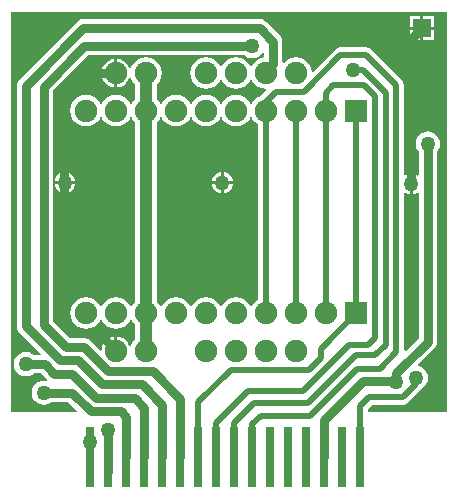
<source format=gtl>
%FSLAX25Y25*%
%MOIN*%
G70*
G01*
G75*
G04 Layer_Physical_Order=1*
G04 Layer_Color=255*
%ADD10R,0.03000X0.20000*%
%ADD11C,0.02000*%
%ADD12C,0.03000*%
%ADD13C,0.04000*%
%ADD14C,0.07500*%
%ADD15R,0.07500X0.07500*%
%ADD16R,0.05906X0.05906*%
%ADD17C,0.05000*%
G36*
X87474Y146245D02*
Y144726D01*
X86629Y144615D01*
X85352Y144086D01*
X84256Y143244D01*
X83414Y142148D01*
X83250Y141751D01*
X82750D01*
X82586Y142148D01*
X81744Y143244D01*
X80648Y144086D01*
X79370Y144615D01*
X78000Y144795D01*
X76630Y144615D01*
X75352Y144086D01*
X74256Y143244D01*
X73414Y142148D01*
X73250Y141751D01*
X72750D01*
X72586Y142148D01*
X71744Y143244D01*
X70648Y144086D01*
X69371Y144615D01*
X68000Y144795D01*
X66629Y144615D01*
X65352Y144086D01*
X64256Y143244D01*
X63414Y142148D01*
X62885Y140870D01*
X62705Y139500D01*
X62885Y138129D01*
X63414Y136852D01*
X64256Y135756D01*
X65352Y134914D01*
X66629Y134385D01*
X68000Y134205D01*
X69371Y134385D01*
X70648Y134914D01*
X71744Y135756D01*
X72586Y136852D01*
X72750Y137249D01*
X73250D01*
X73414Y136852D01*
X74256Y135756D01*
X75352Y134914D01*
X76630Y134385D01*
X78000Y134205D01*
X79370Y134385D01*
X80648Y134914D01*
X81744Y135756D01*
X82586Y136852D01*
X82750Y137249D01*
X83250D01*
X83414Y136852D01*
X84256Y135756D01*
X85352Y134914D01*
X86629Y134385D01*
X87905Y134217D01*
X88166Y133771D01*
X86426Y132030D01*
X85352Y131586D01*
X84256Y130744D01*
X83414Y129648D01*
X83250Y129251D01*
X82750D01*
X82586Y129648D01*
X81744Y130744D01*
X80648Y131586D01*
X79370Y132115D01*
X78000Y132295D01*
X76630Y132115D01*
X75352Y131586D01*
X74256Y130744D01*
X73414Y129648D01*
X73250Y129251D01*
X72750D01*
X72586Y129648D01*
X71744Y130744D01*
X70648Y131586D01*
X69371Y132115D01*
X68000Y132295D01*
X66629Y132115D01*
X65352Y131586D01*
X64256Y130744D01*
X63414Y129648D01*
X63250Y129251D01*
X62750D01*
X62586Y129648D01*
X61744Y130744D01*
X60648Y131586D01*
X59370Y132115D01*
X58000Y132295D01*
X56630Y132115D01*
X55352Y131586D01*
X54256Y130744D01*
X53414Y129648D01*
X53250Y129251D01*
X52750D01*
X52586Y129648D01*
X51744Y130744D01*
X51530Y130909D01*
Y135591D01*
X51744Y135756D01*
X52586Y136852D01*
X53115Y138129D01*
X53295Y139500D01*
X53115Y140870D01*
X52586Y142148D01*
X51744Y143244D01*
X50648Y144086D01*
X49371Y144615D01*
X48000Y144795D01*
X46630Y144615D01*
X45352Y144086D01*
X44256Y143244D01*
X43414Y142148D01*
X43000Y141148D01*
X42459D01*
X42149Y141895D01*
X41388Y142888D01*
X40396Y143649D01*
X39240Y144128D01*
X38500Y144225D01*
Y139500D01*
Y134775D01*
X39240Y134872D01*
X40396Y135351D01*
X41388Y136112D01*
X42149Y137104D01*
X42459Y137852D01*
X43000D01*
X43414Y136852D01*
X44256Y135756D01*
X44470Y135591D01*
Y130909D01*
X44256Y130744D01*
X43414Y129648D01*
X43250Y129251D01*
X42750D01*
X42586Y129648D01*
X41744Y130744D01*
X40648Y131586D01*
X39371Y132115D01*
X38000Y132295D01*
X36630Y132115D01*
X35352Y131586D01*
X34256Y130744D01*
X33414Y129648D01*
X33250Y129251D01*
X32750D01*
X32586Y129648D01*
X31744Y130744D01*
X30648Y131586D01*
X29370Y132115D01*
X28000Y132295D01*
X26629Y132115D01*
X25352Y131586D01*
X24256Y130744D01*
X23414Y129648D01*
X22885Y128370D01*
X22705Y127000D01*
X22885Y125629D01*
X23414Y124352D01*
X24256Y123256D01*
X25352Y122414D01*
X26629Y121885D01*
X28000Y121705D01*
X29370Y121885D01*
X30648Y122414D01*
X31744Y123256D01*
X32586Y124352D01*
X32750Y124749D01*
X33250D01*
X33414Y124352D01*
X34256Y123256D01*
X35352Y122414D01*
X36630Y121885D01*
X38000Y121705D01*
X39371Y121885D01*
X40648Y122414D01*
X41744Y123256D01*
X42586Y124352D01*
X42750Y124749D01*
X43250D01*
X43414Y124352D01*
X44256Y123256D01*
X44470Y123091D01*
Y63409D01*
X44256Y63244D01*
X43414Y62148D01*
X43250Y61751D01*
X42750D01*
X42586Y62148D01*
X41744Y63244D01*
X40648Y64086D01*
X39371Y64615D01*
X38000Y64795D01*
X36630Y64615D01*
X35352Y64086D01*
X34256Y63244D01*
X33414Y62148D01*
X33250Y61751D01*
X32750D01*
X32586Y62148D01*
X31744Y63244D01*
X30648Y64086D01*
X29370Y64615D01*
X28000Y64795D01*
X26629Y64615D01*
X25352Y64086D01*
X24256Y63244D01*
X23414Y62148D01*
X22885Y60870D01*
X22705Y59500D01*
X22885Y58130D01*
X23414Y56852D01*
X24256Y55756D01*
X25352Y54914D01*
X26629Y54385D01*
X28000Y54205D01*
X29370Y54385D01*
X30648Y54914D01*
X31744Y55756D01*
X32586Y56852D01*
X32750Y57249D01*
X33250D01*
X33414Y56852D01*
X34256Y55756D01*
X35352Y54914D01*
X36630Y54385D01*
X38000Y54205D01*
X39371Y54385D01*
X40648Y54914D01*
X41744Y55756D01*
X42586Y56852D01*
X42750Y57249D01*
X43250D01*
X43414Y56852D01*
X44256Y55756D01*
X44470Y55591D01*
Y50909D01*
X44256Y50744D01*
X43414Y49648D01*
X43000Y48648D01*
X42459D01*
X42149Y49395D01*
X41388Y50388D01*
X40396Y51149D01*
X39240Y51628D01*
X38500Y51725D01*
Y47000D01*
X37500D01*
Y51725D01*
X36760Y51628D01*
X35605Y51149D01*
X34612Y50388D01*
X33851Y49395D01*
X33372Y48240D01*
X33236Y47205D01*
X32730Y47003D01*
X29344Y50390D01*
X28717Y50871D01*
X28503Y50959D01*
X27987Y51173D01*
X27204Y51276D01*
X22503D01*
X17026Y56753D01*
Y102541D01*
X17031Y102541D01*
Y103458D01*
X17026Y103459D01*
Y133747D01*
X28753Y145474D01*
X80873D01*
X81483Y145006D01*
X82456Y144603D01*
X83500Y144465D01*
X84544Y144603D01*
X85517Y145006D01*
X86353Y145647D01*
X86974Y146457D01*
X87026Y146460D01*
X87474Y146245D01*
D02*
G37*
G36*
X83414Y124352D02*
X84256Y123256D01*
X85352Y122414D01*
X85451Y122373D01*
Y64127D01*
X85352Y64086D01*
X84256Y63244D01*
X83414Y62148D01*
X83250Y61751D01*
X82750D01*
X82586Y62148D01*
X81744Y63244D01*
X80648Y64086D01*
X79370Y64615D01*
X78000Y64795D01*
X76630Y64615D01*
X75352Y64086D01*
X74256Y63244D01*
X73414Y62148D01*
X73250Y61751D01*
X72750D01*
X72586Y62148D01*
X71744Y63244D01*
X70648Y64086D01*
X69371Y64615D01*
X68000Y64795D01*
X66629Y64615D01*
X65352Y64086D01*
X64256Y63244D01*
X63414Y62148D01*
X63250Y61751D01*
X62750D01*
X62586Y62148D01*
X61744Y63244D01*
X60648Y64086D01*
X59370Y64615D01*
X58000Y64795D01*
X56630Y64615D01*
X55352Y64086D01*
X54256Y63244D01*
X53414Y62148D01*
X53250Y61751D01*
X52750D01*
X52586Y62148D01*
X51744Y63244D01*
X51530Y63409D01*
Y123091D01*
X51744Y123256D01*
X52586Y124352D01*
X52750Y124749D01*
X53250D01*
X53414Y124352D01*
X54256Y123256D01*
X55352Y122414D01*
X56630Y121885D01*
X58000Y121705D01*
X59370Y121885D01*
X60648Y122414D01*
X61744Y123256D01*
X62586Y124352D01*
X62750Y124749D01*
X63250D01*
X63414Y124352D01*
X64256Y123256D01*
X65352Y122414D01*
X66629Y121885D01*
X68000Y121705D01*
X69371Y121885D01*
X70648Y122414D01*
X71744Y123256D01*
X72586Y124352D01*
X72750Y124749D01*
X73250D01*
X73414Y124352D01*
X74256Y123256D01*
X75352Y122414D01*
X76630Y121885D01*
X78000Y121705D01*
X79370Y121885D01*
X80648Y122414D01*
X81744Y123256D01*
X82586Y124352D01*
X82750Y124749D01*
X83250D01*
X83414Y124352D01*
D02*
G37*
G36*
X148500Y26500D02*
X122049D01*
Y27444D01*
X123556Y28951D01*
X133571D01*
X134546Y29145D01*
X135373Y29698D01*
X139802Y34126D01*
X140097Y34567D01*
X140853Y35147D01*
X141494Y35983D01*
X141897Y36956D01*
X142034Y38000D01*
X141897Y39044D01*
X141494Y40017D01*
X140853Y40853D01*
X140017Y41494D01*
X139044Y41897D01*
X138838Y41924D01*
X138677Y42398D01*
X144140Y47860D01*
X144621Y48487D01*
X144709Y48701D01*
X144923Y49217D01*
X145026Y50000D01*
Y113373D01*
X145494Y113983D01*
X145897Y114956D01*
X146035Y116000D01*
X145897Y117044D01*
X145494Y118017D01*
X144853Y118853D01*
X144017Y119494D01*
X143044Y119897D01*
X142000Y120035D01*
X140956Y119897D01*
X139983Y119494D01*
X139147Y118853D01*
X138506Y118017D01*
X138103Y117044D01*
X137966Y116000D01*
X138103Y114956D01*
X138506Y113983D01*
X138974Y113373D01*
Y105578D01*
X138526Y105357D01*
X138265Y105557D01*
X137414Y105910D01*
X137000Y105964D01*
Y102500D01*
Y99036D01*
X137414Y99090D01*
X138265Y99443D01*
X138526Y99643D01*
X138974Y99422D01*
Y51253D01*
X134549Y46828D01*
X134049Y47035D01*
Y99404D01*
X134497Y99625D01*
X134735Y99443D01*
X135586Y99090D01*
X136000Y99036D01*
Y102500D01*
Y105964D01*
X135586Y105910D01*
X134735Y105557D01*
X134497Y105375D01*
X134049Y105596D01*
Y135500D01*
X133855Y136476D01*
X133302Y137302D01*
X123302Y147302D01*
X122476Y147855D01*
X121500Y148049D01*
X112839D01*
X111863Y147855D01*
X111036Y147302D01*
X103688Y139954D01*
X103214Y140115D01*
X103115Y140870D01*
X102586Y142148D01*
X101744Y143244D01*
X100648Y144086D01*
X99370Y144615D01*
X98000Y144795D01*
X96630Y144615D01*
X95352Y144086D01*
X94256Y143244D01*
X94026Y142945D01*
X93526Y143115D01*
Y150000D01*
X93423Y150783D01*
X93209Y151299D01*
X93120Y151513D01*
X92640Y152140D01*
X88140Y156640D01*
X87513Y157121D01*
X87299Y157209D01*
X86783Y157423D01*
X86000Y157526D01*
X27136D01*
X27136Y157526D01*
X26444Y157435D01*
X26353Y157423D01*
X25623Y157121D01*
X24996Y156640D01*
X5860Y137504D01*
X5379Y136877D01*
X5291Y136663D01*
X5077Y136147D01*
X4974Y135364D01*
Y55136D01*
X5077Y54353D01*
X5291Y53837D01*
X5379Y53623D01*
X5860Y52996D01*
X12869Y45988D01*
X12678Y45526D01*
X10627D01*
X10017Y45994D01*
X9044Y46397D01*
X8000Y46534D01*
X6956Y46397D01*
X5983Y45994D01*
X5147Y45353D01*
X4506Y44517D01*
X4103Y43544D01*
X3965Y42500D01*
X4103Y41456D01*
X4506Y40483D01*
X5147Y39647D01*
X5983Y39006D01*
X6956Y38603D01*
X8000Y38465D01*
X9044Y38603D01*
X10017Y39006D01*
X10627Y39474D01*
X13019D01*
X15099Y37394D01*
X14865Y36921D01*
X14000Y37034D01*
X12956Y36897D01*
X11983Y36494D01*
X11147Y35853D01*
X10506Y35017D01*
X10103Y34044D01*
X9966Y33000D01*
X10103Y31956D01*
X10506Y30983D01*
X11147Y30147D01*
X11983Y29506D01*
X12956Y29103D01*
X14000Y28965D01*
X15044Y29103D01*
X16017Y29506D01*
X16627Y29974D01*
X22109D01*
X25121Y26962D01*
X24930Y26500D01*
X3000D01*
Y27500D01*
Y160000D01*
X148500D01*
Y26500D01*
D02*
G37*
%LPC*%
G36*
X20500Y106464D02*
X20086Y106410D01*
X19235Y106057D01*
X18504Y105496D01*
X17943Y104765D01*
X17590Y103914D01*
X17536Y103500D01*
X20500D01*
Y106464D01*
D02*
G37*
G36*
X21500D02*
Y103500D01*
X24464D01*
X24410Y103914D01*
X24057Y104765D01*
X23496Y105496D01*
X22765Y106057D01*
X21914Y106410D01*
X21500Y106464D01*
D02*
G37*
G36*
X76964Y102500D02*
X74000D01*
Y99536D01*
X74414Y99590D01*
X75265Y99943D01*
X75996Y100504D01*
X76557Y101235D01*
X76910Y102086D01*
X76964Y102500D01*
D02*
G37*
G36*
X24464D02*
X21500D01*
Y99536D01*
X21914Y99590D01*
X22765Y99943D01*
X23496Y100504D01*
X24057Y101235D01*
X24410Y102086D01*
X24464Y102500D01*
D02*
G37*
G36*
X73000D02*
X70036D01*
X70090Y102086D01*
X70443Y101235D01*
X71004Y100504D01*
X71735Y99943D01*
X72586Y99590D01*
X73000Y99536D01*
Y102500D01*
D02*
G37*
G36*
X20500D02*
X17536D01*
X17590Y102086D01*
X17943Y101235D01*
X18504Y100504D01*
X19235Y99943D01*
X20086Y99590D01*
X20500Y99536D01*
Y102500D01*
D02*
G37*
G36*
X73000Y106464D02*
X72586Y106410D01*
X71735Y106057D01*
X71004Y105496D01*
X70443Y104765D01*
X70090Y103914D01*
X70036Y103500D01*
X73000D01*
Y106464D01*
D02*
G37*
G36*
X143953Y154000D02*
X140500D01*
Y150547D01*
X143953D01*
Y154000D01*
D02*
G37*
G36*
X139500Y158453D02*
X136047D01*
Y155000D01*
X139500D01*
Y158453D01*
D02*
G37*
G36*
X143953D02*
X140500D01*
Y155000D01*
X143953D01*
Y158453D01*
D02*
G37*
G36*
X139500Y154000D02*
X136047D01*
Y150547D01*
X139500D01*
Y154000D01*
D02*
G37*
G36*
X74000Y106464D02*
Y103500D01*
X76964D01*
X76910Y103914D01*
X76557Y104765D01*
X75996Y105496D01*
X75265Y106057D01*
X74414Y106410D01*
X74000Y106464D01*
D02*
G37*
G36*
X37500Y139000D02*
X33275D01*
X33372Y138260D01*
X33851Y137104D01*
X34612Y136112D01*
X35605Y135351D01*
X36760Y134872D01*
X37500Y134775D01*
Y139000D01*
D02*
G37*
G36*
Y144225D02*
X36760Y144128D01*
X35605Y143649D01*
X34612Y142888D01*
X33851Y141895D01*
X33372Y140740D01*
X33275Y140000D01*
X37500D01*
Y144225D01*
D02*
G37*
%LPD*%
D10*
X29500Y11500D02*
D03*
X35500D02*
D03*
X41500D02*
D03*
X47500D02*
D03*
X53500D02*
D03*
X59500D02*
D03*
X65500D02*
D03*
X71500D02*
D03*
X77500D02*
D03*
X83500D02*
D03*
X89500D02*
D03*
X95500D02*
D03*
X101500D02*
D03*
X107500D02*
D03*
X113500D02*
D03*
X119500D02*
D03*
D11*
X108000Y127000D02*
Y133000D01*
X110500Y135500D01*
X120536D02*
X124250Y131786D01*
X110500Y135500D02*
X120536D01*
X120500Y140500D02*
X128000Y133000D01*
X117000Y140500D02*
X120500D01*
X121500Y145500D02*
X131500Y135500D01*
X112839Y145500D02*
X121500D01*
X100589Y133250D02*
X112839Y145500D01*
X131500Y46500D02*
Y135500D01*
X124250Y51250D02*
Y131786D01*
X122000Y49000D02*
X124250Y51250D01*
X115750Y49000D02*
X122000D01*
X100250Y33500D02*
X115750Y49000D01*
X118000Y45500D02*
X124500D01*
X102000Y29500D02*
X118000Y45500D01*
X84000Y29500D02*
X102000D01*
X118500Y41000D02*
X126000D01*
X102700Y25200D02*
X118500Y41000D01*
X86200Y25200D02*
X102700D01*
X128000Y49000D02*
Y133000D01*
X124500Y45500D02*
X128000Y49000D01*
X88000Y127000D02*
Y130000D01*
Y59500D02*
Y127000D01*
Y130000D02*
X91250Y133250D01*
X100589D01*
X126000Y41000D02*
X131500Y46500D01*
X133571Y31500D02*
X138000Y35929D01*
X122500Y31500D02*
X133571D01*
X138000Y35929D02*
Y37500D01*
X137500Y38000D02*
X138000Y37500D01*
X119500Y28500D02*
X122500Y31500D01*
X137500Y38000D02*
X138000D01*
X98000Y59500D02*
Y127000D01*
X108000Y59500D02*
Y127000D01*
X65500Y11500D02*
Y30000D01*
X76200Y40700D01*
X83500Y22500D02*
X86200Y25200D01*
X83500Y11500D02*
Y22500D01*
X118000Y59500D02*
Y127000D01*
X119500Y11500D02*
Y28500D01*
X106200Y44400D02*
Y47700D01*
X118000Y59500D01*
X102500Y40700D02*
X106200Y44400D01*
X76200Y40700D02*
X102500D01*
X77500Y11500D02*
Y23000D01*
X84000Y29500D01*
X71500Y11500D02*
Y23000D01*
X82000Y33500D01*
X100250D01*
D12*
X120500Y37000D02*
X131500D01*
X107500Y24000D02*
X120500Y37000D01*
X107500Y11500D02*
Y24000D01*
X136500Y102500D02*
Y151000D01*
X142000Y50000D02*
Y116000D01*
X131500Y39500D02*
X142000Y50000D01*
X136500Y151000D02*
X140000Y154500D01*
X131500Y37000D02*
Y39500D01*
X8000Y135364D02*
X27136Y154500D01*
X8000Y55136D02*
Y135364D01*
Y55136D02*
X19386Y43750D01*
X14000Y55500D02*
X21250Y48250D01*
X14000Y55500D02*
Y135000D01*
X27500Y148500D01*
X20800Y56200D02*
X24250Y52750D01*
X20800Y56200D02*
Y133800D01*
X26500Y139500D01*
X21250Y48250D02*
X27204D01*
X24250Y52750D02*
X32250D01*
X26500Y139500D02*
X38000D01*
X27204Y48250D02*
X35204Y40250D01*
X27500Y148500D02*
X83500D01*
X32250Y52750D02*
X38000Y47000D01*
X14000Y33000D02*
X23362D01*
X29612Y26750D01*
X39750D01*
X41500Y25000D01*
Y11500D02*
Y25000D01*
X14272Y42500D02*
X17522Y39250D01*
X25340Y43750D02*
X33340Y35750D01*
X19386Y43750D02*
X25340D01*
X17522Y39250D02*
X23476D01*
X31476Y31250D01*
X35204Y40250D02*
X50250D01*
X33340Y35750D02*
X46750D01*
X44250Y31250D02*
X47500Y28000D01*
X31476Y31250D02*
X44250D01*
X50250Y40250D02*
X59500Y31000D01*
X46750Y35750D02*
X53500Y29000D01*
X8000Y42500D02*
X14272D01*
X47500Y11500D02*
Y28000D01*
X86000Y154500D02*
X90500Y150000D01*
X27136Y154500D02*
X86000D01*
X90500Y142500D02*
Y150000D01*
X88000Y139500D02*
Y140000D01*
X90500Y142500D01*
X53500Y11500D02*
Y29000D01*
X59500Y11500D02*
Y31000D01*
X35500Y6500D02*
Y20500D01*
D13*
X48000Y59500D02*
Y127000D01*
Y139500D01*
Y47000D02*
Y59500D01*
D14*
X28000D02*
D03*
X38000D02*
D03*
X48000D02*
D03*
X58000D02*
D03*
X68000D02*
D03*
X78000D02*
D03*
X88000D02*
D03*
X98000D02*
D03*
X108000D02*
D03*
X38000Y139500D02*
D03*
X48000D02*
D03*
X68000D02*
D03*
X78000D02*
D03*
X88000D02*
D03*
X98000D02*
D03*
X38000Y47000D02*
D03*
X48000D02*
D03*
X68000D02*
D03*
X28000Y127000D02*
D03*
X48000D02*
D03*
X38000D02*
D03*
X58000D02*
D03*
X68000D02*
D03*
X78000Y47000D02*
D03*
X88000D02*
D03*
X78000Y127000D02*
D03*
X98000Y47000D02*
D03*
X88000Y127000D02*
D03*
X108000D02*
D03*
X98000D02*
D03*
D15*
X118000Y59500D02*
D03*
Y127000D02*
D03*
D16*
X140000Y154500D02*
D03*
D17*
X117000Y140500D02*
D03*
X136500Y102500D02*
D03*
X131500Y36500D02*
D03*
X138000Y38000D02*
D03*
X73500Y103000D02*
D03*
X21000D02*
D03*
X29500Y16500D02*
D03*
X8000Y42500D02*
D03*
X14000Y33000D02*
D03*
X142000Y116000D02*
D03*
X83500Y148500D02*
D03*
X35500Y20500D02*
D03*
M02*

</source>
